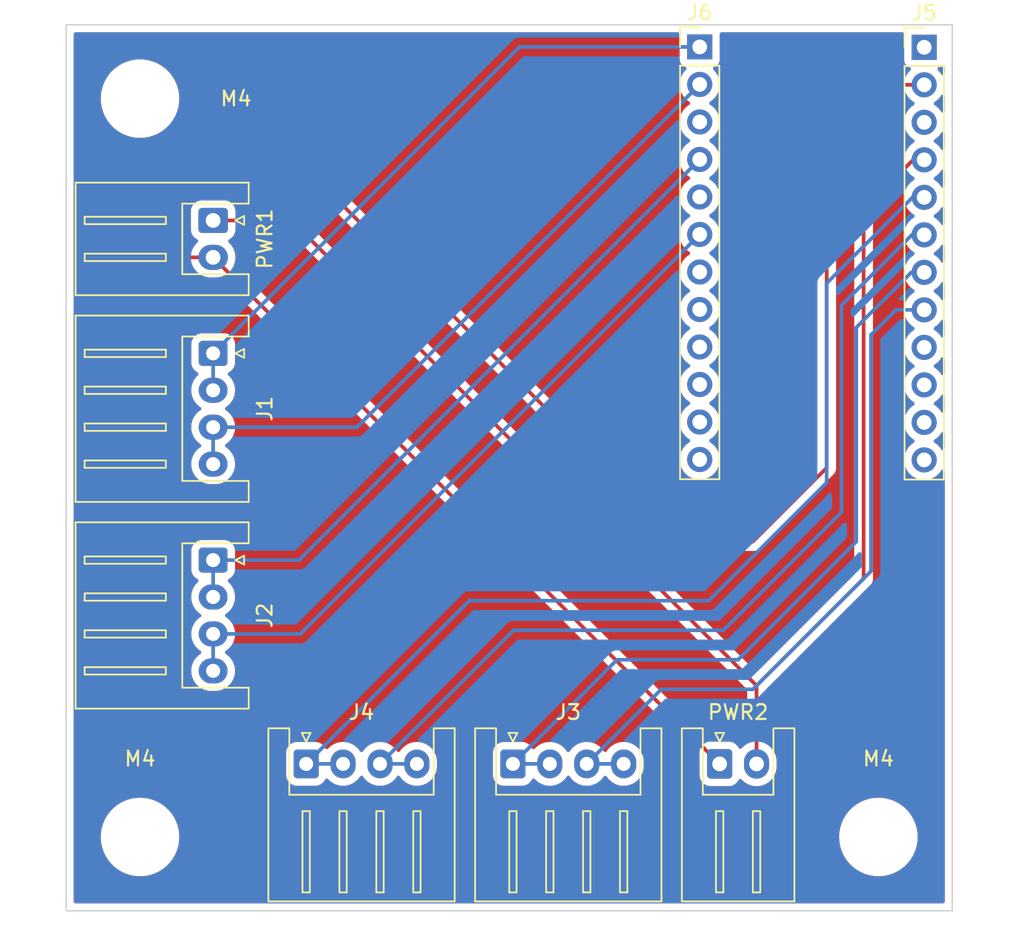
<source format=kicad_pcb>
(kicad_pcb (version 20211014) (generator pcbnew)
  (layers (0 "F.Cu" signal) (31 "B.Cu" signal) (34 "B.Paste" user) (35 "F.Paste" user) (36 "B.SilkS" user "B.Silkscreen") (37 "F.SilkS" user "F.Silkscreen") (38 "B.Mask" user) (39 "F.Mask" user) (44 "Edge.Cuts" user))
  (net 0 "")
  (net 3 "Net-(J5-Pad5)")
  (net 4 "Net-(J5-Pad6)")
  (net 5 "Net-(J1-Pad1)")
  (net 18 "Net-(J1-Pad3)")
  (net 19 "Net-(J2-Pad1)")
  (net 20 "Net-(J5-Pad2)")
  (net 21 "Net-(J5-Pad4)")
  (net 22 "Net-(J2-Pad3)")
  (net 23 "Net-(J5-Pad7)")
  (net 24 "Net-(J5-Pad8)")
  (footprint "MountingHole:MountingHole_4.3mm_M4" (layer "F.Cu") (at 143.5 180)
    (fp_text reference "M4" (at 0 -5.3) (layer "F.SilkS"))
    (fp_text value "MountingHole_4.3mm_M4")
    (pad "" np_thru_hole circle (at 0 0) (size 4.3 4.3) (drill 4.3) (layers *.Cu *.Mask))
  )
  (footprint "Connector_JST:JST_XH_S4B-XH-A_1x04_P2.50mm_Horizontal" (layer "F.Cu") (at 104.75 175.05)
    (fp_text reference "J4" (at 3.75 -3.5) (layer "F.SilkS"))
    (fp_text value "Conn_01x04_Male")
    (fp_line (start 7.75 3.2) (end 7.25 3.2) (layer "F.SilkS") (width 0.12))
    (fp_line (start -2.56 -2.41) (end -1.14 -2.41) (layer "F.SilkS") (width 0.12))
    (fp_line (start -0.25 8.7) (end 0.25 8.7) (layer "F.SilkS") (width 0.12))
    (fp_line (start 2.25 8.7) (end 2.75 8.7) (layer "F.SilkS") (width 0.12))
    (fp_line (start 7.25 3.2) (end 7.25 8.7) (layer "F.SilkS") (width 0.12))
    (fp_line (start 7.75 8.7) (end 7.75 3.2) (layer "F.SilkS") (width 0.12))
    (fp_line (start 10.06 9.31) (end 10.06 -2.41) (layer "F.SilkS") (width 0.12))
    (fp_line (start -0.25 3.2) (end -0.25 8.7) (layer "F.SilkS") (width 0.12))
    (fp_line (start 8.64 2.09) (end 3.75 2.09) (layer "F.SilkS") (width 0.12))
    (fp_line (start 0.3 -2.1) (end 0 -1.5) (layer "F.SilkS") (width 0.12))
    (fp_line (start -1.14 2.09) (end 3.75 2.09) (layer "F.SilkS") (width 0.12))
    (fp_line (start 4.75 8.7) (end 5.25 8.7) (layer "F.SilkS") (width 0.12))
    (fp_line (start -0.3 -2.1) (end 0.3 -2.1) (layer "F.SilkS") (width 0.12))
    (fp_line (start 3.75 9.31) (end 10.06 9.31) (layer "F.SilkS") (width 0.12))
    (fp_line (start 0 -1.5) (end -0.3 -2.1) (layer "F.SilkS") (width 0.12))
    (fp_line (start 2.75 3.2) (end 2.25 3.2) (layer "F.SilkS") (width 0.12))
    (fp_line (start 2.25 3.2) (end 2.25 8.7) (layer "F.SilkS") (width 0.12))
    (fp_line (start -1.14 -2.41) (end -1.14 2.09) (layer "F.SilkS") (width 0.12))
    (fp_line (start 0.25 8.7) (end 0.25 3.2) (layer "F.SilkS") (width 0.12))
    (fp_line (start 3.75 9.31) (end -2.56 9.31) (layer "F.SilkS") (width 0.12))
    (fp_line (start 0.25 3.2) (end -0.25 3.2) (layer "F.SilkS") (width 0.12))
    (fp_line (start 4.75 3.2) (end 4.75 8.7) (layer "F.SilkS") (width 0.12))
    (fp_line (start 10.06 -2.41) (end 8.64 -2.41) (layer "F.SilkS") (width 0.12))
    (fp_line (start 2.75 8.7) (end 2.75 3.2) (layer "F.SilkS") (width 0.12))
    (fp_line (start 8.64 -2.41) (end 8.64 2.09) (layer "F.SilkS") (width 0.12))
    (fp_line (start 7.25 8.7) (end 7.75 8.7) (layer "F.SilkS") (width 0.12))
    (fp_line (start -2.56 9.31) (end -2.56 -2.41) (layer "F.SilkS") (width 0.12))
    (fp_line (start 5.25 3.2) (end 4.75 3.2) (layer "F.SilkS") (width 0.12))
    (fp_line (start 5.25 8.7) (end 5.25 3.2) (layer "F.SilkS") (width 0.12))
    (pad "1" thru_hole roundrect (at 0 0) (size 1.7 1.95) (drill 0.95) (layers *.Cu *.Mask) (roundrect_rratio 0.147059) (net 3 "Net-(J5-Pad5)"))
    (pad "2" thru_hole oval (at 2.5 0) (size 1.7 1.95) (drill 0.95) (layers *.Cu *.Mask) (net 3 "Net-(J5-Pad5)"))
    (pad "3" thru_hole oval (at 5 0) (size 1.7 1.95) (drill 0.95) (layers *.Cu *.Mask) (net 4 "Net-(J5-Pad6)"))
    (pad "4" thru_hole oval (at 7.5 0) (size 1.7 1.95) (drill 0.95) (layers *.Cu *.Mask) (net 4 "Net-(J5-Pad6)"))
  )
  (footprint "Connector_JST:JST_XH_S4B-XH-A_1x04_P2.50mm_Horizontal" (layer "F.Cu") (at 118.75 175.05)
    (fp_text reference "J3" (at 3.75 -3.5) (layer "F.SilkS"))
    (fp_text value "Conn_01x04_Male")
    (fp_line (start -1.14 -2.41) (end -1.14 2.09) (layer "F.SilkS") (width 0.12))
    (fp_line (start 5.25 8.7) (end 5.25 3.2) (layer "F.SilkS") (width 0.12))
    (fp_line (start 0.3 -2.1) (end 0 -1.5) (layer "F.SilkS") (width 0.12))
    (fp_line (start 7.75 8.7) (end 7.75 3.2) (layer "F.SilkS") (width 0.12))
    (fp_line (start -0.25 3.2) (end -0.25 8.7) (layer "F.SilkS") (width 0.12))
    (fp_line (start 10.06 -2.41) (end 8.64 -2.41) (layer "F.SilkS") (width 0.12))
    (fp_line (start 7.25 8.7) (end 7.75 8.7) (layer "F.SilkS") (width 0.12))
    (fp_line (start 3.75 9.31) (end 10.06 9.31) (layer "F.SilkS") (width 0.12))
    (fp_line (start 7.75 3.2) (end 7.25 3.2) (layer "F.SilkS") (width 0.12))
    (fp_line (start -2.56 -2.41) (end -1.14 -2.41) (layer "F.SilkS") (width 0.12))
    (fp_line (start 2.75 3.2) (end 2.25 3.2) (layer "F.SilkS") (width 0.12))
    (fp_line (start 0 -1.5) (end -0.3 -2.1) (layer "F.SilkS") (width 0.12))
    (fp_line (start 3.75 9.31) (end -2.56 9.31) (layer "F.SilkS") (width 0.12))
    (fp_line (start 8.64 2.09) (end 3.75 2.09) (layer "F.SilkS") (width 0.12))
    (fp_line (start -2.56 9.31) (end -2.56 -2.41) (layer "F.SilkS") (width 0.12))
    (fp_line (start 7.25 3.2) (end 7.25 8.7) (layer "F.SilkS") (width 0.12))
    (fp_line (start 2.25 3.2) (end 2.25 8.7) (layer "F.SilkS") (width 0.12))
    (fp_line (start 0.25 8.7) (end 0.25 3.2) (layer "F.SilkS") (width 0.12))
    (fp_line (start 10.06 9.31) (end 10.06 -2.41) (layer "F.SilkS") (width 0.12))
    (fp_line (start -0.3 -2.1) (end 0.3 -2.1) (layer "F.SilkS") (width 0.12))
    (fp_line (start 4.75 3.2) (end 4.75 8.7) (layer "F.SilkS") (width 0.12))
    (fp_line (start 0.25 3.2) (end -0.25 3.2) (layer "F.SilkS") (width 0.12))
    (fp_line (start 8.64 -2.41) (end 8.64 2.09) (layer "F.SilkS") (width 0.12))
    (fp_line (start 4.75 8.7) (end 5.25 8.7) (layer "F.SilkS") (width 0.12))
    (fp_line (start 2.25 8.7) (end 2.75 8.7) (layer "F.SilkS") (width 0.12))
    (fp_line (start 5.25 3.2) (end 4.75 3.2) (layer "F.SilkS") (width 0.12))
    (fp_line (start -1.14 2.09) (end 3.75 2.09) (layer "F.SilkS") (width 0.12))
    (fp_line (start -0.25 8.7) (end 0.25 8.7) (layer "F.SilkS") (width 0.12))
    (fp_line (start 2.75 8.7) (end 2.75 3.2) (layer "F.SilkS") (width 0.12))
    (pad "1" thru_hole roundrect (at 0 0) (size 1.7 1.95) (drill 0.95) (layers *.Cu *.Mask) (roundrect_rratio 0.147059) (net 23 "Net-(J5-Pad7)"))
    (pad "2" thru_hole oval (at 2.5 0) (size 1.7 1.95) (drill 0.95) (layers *.Cu *.Mask) (net 23 "Net-(J5-Pad7)"))
    (pad "3" thru_hole oval (at 5 0) (size 1.7 1.95) (drill 0.95) (layers *.Cu *.Mask) (net 24 "Net-(J5-Pad8)"))
    (pad "4" thru_hole oval (at 7.5 0) (size 1.7 1.95) (drill 0.95) (layers *.Cu *.Mask) (net 24 "Net-(J5-Pad8)"))
  )
  (footprint "Connector_PinHeader_2.54mm:PinHeader_1x12_P2.54mm_Vertical" (layer "F.Cu") (at 131.4 126.5)
    (fp_text reference "J6" (at 0 -2.33) (layer "F.SilkS"))
    (fp_text value "Conn_01x12_Male")
    (fp_line (start -1.33 29.27) (end 1.33 29.27) (layer "F.SilkS") (width 0.12))
    (fp_line (start 1.33 1.27) (end 1.33 29.27) (layer "F.SilkS") (width 0.12))
    (fp_line (start -1.33 1.27) (end 1.33 1.27) (layer "F.SilkS") (width 0.12))
    (fp_line (start -1.33 1.27) (end -1.33 29.27) (layer "F.SilkS") (width 0.12))
    (fp_line (start -1.33 -1.33) (end 0 -1.33) (layer "F.SilkS") (width 0.12))
    (fp_line (start -1.33 0) (end -1.33 -1.33) (layer "F.SilkS") (width 0.12))
    (pad "1" thru_hole rect (at 0 0) (size 1.7 1.7) (drill 1) (layers *.Cu *.Mask) (net 5 "Net-(J1-Pad1)"))
    (pad "2" thru_hole oval (at 0 2.54) (size 1.7 1.7) (drill 1) (layers *.Cu *.Mask) (net 18 "Net-(J1-Pad3)"))
    (pad "3" thru_hole oval (at 0 5.08) (size 1.7 1.7) (drill 1) (layers *.Cu *.Mask))
    (pad "4" thru_hole oval (at 0 7.62) (size 1.7 1.7) (drill 1) (layers *.Cu *.Mask) (net 19 "Net-(J2-Pad1)"))
    (pad "5" thru_hole oval (at 0 10.16) (size 1.7 1.7) (drill 1) (layers *.Cu *.Mask))
    (pad "6" thru_hole oval (at 0 12.7) (size 1.7 1.7) (drill 1) (layers *.Cu *.Mask) (net 22 "Net-(J2-Pad3)"))
    (pad "7" thru_hole oval (at 0 15.24) (size 1.7 1.7) (drill 1) (layers *.Cu *.Mask))
    (pad "8" thru_hole oval (at 0 17.78) (size 1.7 1.7) (drill 1) (layers *.Cu *.Mask))
    (pad "9" thru_hole oval (at 0 20.32) (size 1.7 1.7) (drill 1) (layers *.Cu *.Mask))
    (pad "10" thru_hole oval (at 0 22.86) (size 1.7 1.7) (drill 1) (layers *.Cu *.Mask))
    (pad "11" thru_hole oval (at 0 25.4) (size 1.7 1.7) (drill 1) (layers *.Cu *.Mask))
    (pad "12" thru_hole oval (at 0 27.94) (size 1.7 1.7) (drill 1) (layers *.Cu *.Mask))
  )
  (footprint "MountingHole:MountingHole_4.3mm_M4" (layer "F.Cu") (at 93.5 180)
    (fp_text reference "M4" (at 0 -5.3) (layer "F.SilkS"))
    (fp_text value "MountingHole_4.3mm_M4")
    (pad "" np_thru_hole circle (at 0 0) (size 4.3 4.3) (drill 4.3) (layers *.Cu *.Mask))
  )
  (footprint "MountingHole:MountingHole_4.3mm_M4" (layer "F.Cu") (at 93.5 130)
    (fp_text reference "M4" (at 6.5 0) (layer "F.SilkS"))
    (fp_text value "MountingHole_4.3mm_M4")
    (pad "" np_thru_hole circle (at 0 0) (size 4.3 4.3) (drill 4.3) (layers *.Cu *.Mask))
  )
  (footprint "Connector_JST:JST_XH_S2B-XH-A_1x02_P2.50mm_Horizontal" (layer "F.Cu") (at 132.75 175.05)
    (fp_text reference "PWR2" (at 1.25 -3.5) (layer "F.SilkS"))
    (fp_text value "Conn_01x02_Male")
    (fp_line (start 1.25 9.31) (end -2.56 9.31) (layer "F.SilkS") (width 0.12))
    (fp_line (start 5.06 -2.41) (end 3.64 -2.41) (layer "F.SilkS") (width 0.12))
    (fp_line (start -2.56 9.31) (end -2.56 -2.41) (layer "F.SilkS") (width 0.12))
    (fp_line (start 2.75 3.2) (end 2.25 3.2) (layer "F.SilkS") (width 0.12))
    (fp_line (start -2.56 -2.41) (end -1.14 -2.41) (layer "F.SilkS") (width 0.12))
    (fp_line (start 5.06 9.31) (end 5.06 -2.41) (layer "F.SilkS") (width 0.12))
    (fp_line (start 0.25 3.2) (end -0.25 3.2) (layer "F.SilkS") (width 0.12))
    (fp_line (start -0.3 -2.1) (end 0.3 -2.1) (layer "F.SilkS") (width 0.12))
    (fp_line (start 2.75 8.7) (end 2.75 3.2) (layer "F.SilkS") (width 0.12))
    (fp_line (start 2.25 3.2) (end 2.25 8.7) (layer "F.SilkS") (width 0.12))
    (fp_line (start 1.25 9.31) (end 5.06 9.31) (layer "F.SilkS") (width 0.12))
    (fp_line (start -0.25 8.7) (end 0.25 8.7) (layer "F.SilkS") (width 0.12))
    (fp_line (start 0 -1.5) (end -0.3 -2.1) (layer "F.SilkS") (width 0.12))
    (fp_line (start 3.64 2.09) (end 1.25 2.09) (layer "F.SilkS") (width 0.12))
    (fp_line (start 2.25 8.7) (end 2.75 8.7) (layer "F.SilkS") (width 0.12))
    (fp_line (start -0.25 3.2) (end -0.25 8.7) (layer "F.SilkS") (width 0.12))
    (fp_line (start -1.14 -2.41) (end -1.14 2.09) (layer "F.SilkS") (width 0.12))
    (fp_line (start 0.3 -2.1) (end 0 -1.5) (layer "F.SilkS") (width 0.12))
    (fp_line (start 3.64 -2.41) (end 3.64 2.09) (layer "F.SilkS") (width 0.12))
    (fp_line (start 0.25 8.7) (end 0.25 3.2) (layer "F.SilkS") (width 0.12))
    (fp_line (start -1.14 2.09) (end 1.25 2.09) (layer "F.SilkS") (width 0.12))
    (pad "1" thru_hole roundrect (at 0 0) (size 1.7 2) (drill 1) (layers *.Cu *.Mask) (roundrect_rratio 0.147059) (net 20 "Net-(J5-Pad2)"))
    (pad "2" thru_hole oval (at 2.5 0) (size 1.7 2) (drill 1) (layers *.Cu *.Mask) (net 21 "Net-(J5-Pad4)"))
  )
  (footprint "Connector_JST:JST_XH_S4B-XH-A_1x04_P2.50mm_Horizontal" (layer "F.Cu") (at 98.45 161.25 -90)
    (fp_text reference "J2" (at 3.75 -3.5 90) (layer "F.SilkS"))
    (fp_text value "Conn_01x04_Male")
    (fp_line (start -0.3 -2.1) (end 0.3 -2.1) (layer "F.SilkS") (width 0.12))
    (fp_line (start 4.75 3.2) (end 4.75 8.7) (layer "F.SilkS") (width 0.12))
    (fp_line (start 7.75 8.7) (end 7.75 3.2) (layer "F.SilkS") (width 0.12))
    (fp_line (start 7.25 3.2) (end 7.25 8.7) (layer "F.SilkS") (width 0.12))
    (fp_line (start -1.14 2.09) (end 3.75 2.09) (layer "F.SilkS") (width 0.12))
    (fp_line (start 5.25 8.7) (end 5.25 3.2) (layer "F.SilkS") (width 0.12))
    (fp_line (start 10.06 9.31) (end 10.06 -2.41) (layer "F.SilkS") (width 0.12))
    (fp_line (start -1.14 -2.41) (end -1.14 2.09) (layer "F.SilkS") (width 0.12))
    (fp_line (start -2.56 9.31) (end -2.56 -2.41) (layer "F.SilkS") (width 0.12))
    (fp_line (start -2.56 -2.41) (end -1.14 -2.41) (layer "F.SilkS") (width 0.12))
    (fp_line (start 2.75 8.7) (end 2.75 3.2) (layer "F.SilkS") (width 0.12))
    (fp_line (start 2.25 8.7) (end 2.75 8.7) (layer "F.SilkS") (width 0.12))
    (fp_line (start 10.06 -2.41) (end 8.64 -2.41) (layer "F.SilkS") (width 0.12))
    (fp_line (start 0.25 8.7) (end 0.25 3.2) (layer "F.SilkS") (width 0.12))
    (fp_line (start 7.25 8.7) (end 7.75 8.7) (layer "F.SilkS") (width 0.12))
    (fp_line (start 2.75 3.2) (end 2.25 3.2) (layer "F.SilkS") (width 0.12))
    (fp_line (start -0.25 3.2) (end -0.25 8.7) (layer "F.SilkS") (width 0.12))
    (fp_line (start 8.64 -2.41) (end 8.64 2.09) (layer "F.SilkS") (width 0.12))
    (fp_line (start 2.25 3.2) (end 2.25 8.7) (layer "F.SilkS") (width 0.12))
    (fp_line (start 8.64 2.09) (end 3.75 2.09) (layer "F.SilkS") (width 0.12))
    (fp_line (start -0.25 8.7) (end 0.25 8.7) (layer "F.SilkS") (width 0.12))
    (fp_line (start 0 -1.5) (end -0.3 -2.1) (layer "F.SilkS") (width 0.12))
    (fp_line (start 0.25 3.2) (end -0.25 3.2) (layer "F.SilkS") (width 0.12))
    (fp_line (start 0.3 -2.1) (end 0 -1.5) (layer "F.SilkS") (width 0.12))
    (fp_line (start 7.75 3.2) (end 7.25 3.2) (layer "F.SilkS") (width 0.12))
    (fp_line (start 5.25 3.2) (end 4.75 3.2) (layer "F.SilkS") (width 0.12))
    (fp_line (start 4.75 8.7) (end 5.25 8.7) (layer "F.SilkS") (width 0.12))
    (fp_line (start 3.75 9.31) (end 10.06 9.31) (layer "F.SilkS") (width 0.12))
    (fp_line (start 3.75 9.31) (end -2.56 9.31) (layer "F.SilkS") (width 0.12))
    (pad "1" thru_hole roundrect (at 0 0 270) (size 1.7 1.95) (drill 0.95) (layers *.Cu *.Mask) (roundrect_rratio 0.147059) (net 19 "Net-(J2-Pad1)"))
    (pad "2" thru_hole oval (at 2.5 0 270) (size 1.7 1.95) (drill 0.95) (layers *.Cu *.Mask) (net 19 "Net-(J2-Pad1)"))
    (pad "3" thru_hole oval (at 5 0 270) (size 1.7 1.95) (drill 0.95) (layers *.Cu *.Mask) (net 22 "Net-(J2-Pad3)"))
    (pad "4" thru_hole oval (at 7.5 0 270) (size 1.7 1.95) (drill 0.95) (layers *.Cu *.Mask) (net 22 "Net-(J2-Pad3)"))
  )
  (footprint "Connector_JST:JST_XH_S2B-XH-A_1x02_P2.50mm_Horizontal" (layer "F.Cu") (at 98.45 138.25 -90)
    (fp_text reference "PWR1" (at 1.25 -3.5 90) (layer "F.SilkS"))
    (fp_text value "Conn_01x02_Male")
    (fp_line (start -1.14 -2.41) (end -1.14 2.09) (layer "F.SilkS") (width 0.12))
    (fp_line (start 2.25 3.2) (end 2.25 8.7) (layer "F.SilkS") (width 0.12))
    (fp_line (start 0.25 8.7) (end 0.25 3.2) (layer "F.SilkS") (width 0.12))
    (fp_line (start 2.25 8.7) (end 2.75 8.7) (layer "F.SilkS") (width 0.12))
    (fp_line (start 2.75 8.7) (end 2.75 3.2) (layer "F.SilkS") (width 0.12))
    (fp_line (start 1.25 9.31) (end -2.56 9.31) (layer "F.SilkS") (width 0.12))
    (fp_line (start 5.06 9.31) (end 5.06 -2.41) (layer "F.SilkS") (width 0.12))
    (fp_line (start 5.06 -2.41) (end 3.64 -2.41) (layer "F.SilkS") (width 0.12))
    (fp_line (start -0.3 -2.1) (end 0.3 -2.1) (layer "F.SilkS") (width 0.12))
    (fp_line (start 0.3 -2.1) (end 0 -1.5) (layer "F.SilkS") (width 0.12))
    (fp_line (start -1.14 2.09) (end 1.25 2.09) (layer "F.SilkS") (width 0.12))
    (fp_line (start 3.64 2.09) (end 1.25 2.09) (layer "F.SilkS") (width 0.12))
    (fp_line (start 1.25 9.31) (end 5.06 9.31) (layer "F.SilkS") (width 0.12))
    (fp_line (start 3.64 -2.41) (end 3.64 2.09) (layer "F.SilkS") (width 0.12))
    (fp_line (start -2.56 9.31) (end -2.56 -2.41) (layer "F.SilkS") (width 0.12))
    (fp_line (start -0.25 8.7) (end 0.25 8.7) (layer "F.SilkS") (width 0.12))
    (fp_line (start 2.75 3.2) (end 2.25 3.2) (layer "F.SilkS") (width 0.12))
    (fp_line (start 0 -1.5) (end -0.3 -2.1) (layer "F.SilkS") (width 0.12))
    (fp_line (start -2.56 -2.41) (end -1.14 -2.41) (layer "F.SilkS") (width 0.12))
    (fp_line (start -0.25 3.2) (end -0.25 8.7) (layer "F.SilkS") (width 0.12))
    (fp_line (start 0.25 3.2) (end -0.25 3.2) (layer "F.SilkS") (width 0.12))
    (pad "1" thru_hole roundrect (at 0 0 270) (size 1.7 2) (drill 1) (layers *.Cu *.Mask) (roundrect_rratio 0.147059) (net 21 "Net-(J5-Pad4)"))
    (pad "2" thru_hole oval (at 2.5 0 270) (size 1.7 2) (drill 1) (layers *.Cu *.Mask) (net 20 "Net-(J5-Pad2)"))
  )
  (footprint "Connector_JST:JST_XH_S4B-XH-A_1x04_P2.50mm_Horizontal" (layer "F.Cu") (at 98.45 147.25 -90)
    (fp_text reference "J1" (at 3.75 -3.5 90) (layer "F.SilkS"))
    (fp_text value "Conn_01x04_Male")
    (fp_line (start 7.25 8.7) (end 7.75 8.7) (layer "F.SilkS") (width 0.12))
    (fp_line (start 8.64 -2.41) (end 8.64 2.09) (layer "F.SilkS") (width 0.12))
    (fp_line (start 8.64 2.09) (end 3.75 2.09) (layer "F.SilkS") (width 0.12))
    (fp_line (start 2.25 3.2) (end 2.25 8.7) (layer "F.SilkS") (width 0.12))
    (fp_line (start 3.75 9.31) (end -2.56 9.31) (layer "F.SilkS") (width 0.12))
    (fp_line (start -0.25 8.7) (end 0.25 8.7) (layer "F.SilkS") (width 0.12))
    (fp_line (start 5.25 8.7) (end 5.25 3.2) (layer "F.SilkS") (width 0.12))
    (fp_line (start -2.56 9.31) (end -2.56 -2.41) (layer "F.SilkS") (width 0.12))
    (fp_line (start 5.25 3.2) (end 4.75 3.2) (layer "F.SilkS") (width 0.12))
    (fp_line (start 7.25 3.2) (end 7.25 8.7) (layer "F.SilkS") (width 0.12))
    (fp_line (start 10.06 9.31) (end 10.06 -2.41) (layer "F.SilkS") (width 0.12))
    (fp_line (start 2.75 8.7) (end 2.75 3.2) (layer "F.SilkS") (width 0.12))
    (fp_line (start 4.75 3.2) (end 4.75 8.7) (layer "F.SilkS") (width 0.12))
    (fp_line (start 0.25 3.2) (end -0.25 3.2) (layer "F.SilkS") (width 0.12))
    (fp_line (start 10.06 -2.41) (end 8.64 -2.41) (layer "F.SilkS") (width 0.12))
    (fp_line (start 0.3 -2.1) (end 0 -1.5) (layer "F.SilkS") (width 0.12))
    (fp_line (start 0 -1.5) (end -0.3 -2.1) (layer "F.SilkS") (width 0.12))
    (fp_line (start -1.14 2.09) (end 3.75 2.09) (layer "F.SilkS") (width 0.12))
    (fp_line (start 2.75 3.2) (end 2.25 3.2) (layer "F.SilkS") (width 0.12))
    (fp_line (start 7.75 3.2) (end 7.25 3.2) (layer "F.SilkS") (width 0.12))
    (fp_line (start 0.25 8.7) (end 0.25 3.2) (layer "F.SilkS") (width 0.12))
    (fp_line (start 7.75 8.7) (end 7.75 3.2) (layer "F.SilkS") (width 0.12))
    (fp_line (start 3.75 9.31) (end 10.06 9.31) (layer "F.SilkS") (width 0.12))
    (fp_line (start 4.75 8.7) (end 5.25 8.7) (layer "F.SilkS") (width 0.12))
    (fp_line (start -0.25 3.2) (end -0.25 8.7) (layer "F.SilkS") (width 0.12))
    (fp_line (start -1.14 -2.41) (end -1.14 2.09) (layer "F.SilkS") (width 0.12))
    (fp_line (start -0.3 -2.1) (end 0.3 -2.1) (layer "F.SilkS") (width 0.12))
    (fp_line (start 2.25 8.7) (end 2.75 8.7) (layer "F.SilkS") (width 0.12))
    (fp_line (start -2.56 -2.41) (end -1.14 -2.41) (layer "F.SilkS") (width 0.12))
    (pad "1" thru_hole roundrect (at 0 0 270) (size 1.7 1.95) (drill 0.95) (layers *.Cu *.Mask) (roundrect_rratio 0.147059) (net 5 "Net-(J1-Pad1)"))
    (pad "2" thru_hole oval (at 2.5 0 270) (size 1.7 1.95) (drill 0.95) (layers *.Cu *.Mask) (net 5 "Net-(J1-Pad1)"))
    (pad "3" thru_hole oval (at 5 0 270) (size 1.7 1.95) (drill 0.95) (layers *.Cu *.Mask) (net 18 "Net-(J1-Pad3)"))
    (pad "4" thru_hole oval (at 7.5 0 270) (size 1.7 1.95) (drill 0.95) (layers *.Cu *.Mask) (net 18 "Net-(J1-Pad3)"))
  )
  (footprint "Connector_PinHeader_2.54mm:PinHeader_1x12_P2.54mm_Vertical" (layer "F.Cu") (at 146.6 126.525)
    (fp_text reference "J5" (at 0 -2.33) (layer "F.SilkS"))
    (fp_text value "Conn_01x12_Male")
    (fp_line (start -1.33 29.27) (end 1.33 29.27) (layer "F.SilkS") (width 0.12))
    (fp_line (start 1.33 1.27) (end 1.33 29.27) (layer "F.SilkS") (width 0.12))
    (fp_line (start -1.33 1.27) (end -1.33 29.27) (layer "F.SilkS") (width 0.12))
    (fp_line (start -1.33 1.27) (end 1.33 1.27) (layer "F.SilkS") (width 0.12))
    (fp_line (start -1.33 0) (end -1.33 -1.33) (layer "F.SilkS") (width 0.12))
    (fp_line (start -1.33 -1.33) (end 0 -1.33) (layer "F.SilkS") (width 0.12))
    (pad "1" thru_hole rect (at 0 0) (size 1.7 1.7) (drill 1) (layers *.Cu *.Mask))
    (pad "2" thru_hole oval (at 0 2.54) (size 1.7 1.7) (drill 1) (layers *.Cu *.Mask) (net 20 "Net-(J5-Pad2)"))
    (pad "3" thru_hole oval (at 0 5.08) (size 1.7 1.7) (drill 1) (layers *.Cu *.Mask))
    (pad "4" thru_hole oval (at 0 7.62) (size 1.7 1.7) (drill 1) (layers *.Cu *.Mask) (net 21 "Net-(J5-Pad4)"))
    (pad "5" thru_hole oval (at 0 10.16) (size 1.7 1.7) (drill 1) (layers *.Cu *.Mask) (net 3 "Net-(J5-Pad5)"))
    (pad "6" thru_hole oval (at 0 12.7) (size 1.7 1.7) (drill 1) (layers *.Cu *.Mask) (net 4 "Net-(J5-Pad6)"))
    (pad "7" thru_hole oval (at 0 15.24) (size 1.7 1.7) (drill 1) (layers *.Cu *.Mask) (net 23 "Net-(J5-Pad7)"))
    (pad "8" thru_hole oval (at 0 17.78) (size 1.7 1.7) (drill 1) (layers *.Cu *.Mask) (net 24 "Net-(J5-Pad8)"))
    (pad "9" thru_hole oval (at 0 20.32) (size 1.7 1.7) (drill 1) (layers *.Cu *.Mask))
    (pad "10" thru_hole oval (at 0 22.86) (size 1.7 1.7) (drill 1) (layers *.Cu *.Mask))
    (pad "11" thru_hole oval (at 0 25.4) (size 1.7 1.7) (drill 1) (layers *.Cu *.Mask))
    (pad "12" thru_hole oval (at 0 27.94) (size 1.7 1.7) (drill 1) (layers *.Cu *.Mask))
  )
  (gr_line (start 148.5 125) (end 148.5 185) (layer "Edge.Cuts") (width 0.1))
  (gr_line (start 148.5 185) (end 88.5 185) (layer "Edge.Cuts") (width 0.1))
  (gr_line (start 88.5 125) (end 148.5 125) (layer "Edge.Cuts") (width 0.1))
  (gr_line (start 88.5 185) (end 88.5 125) (layer "Edge.Cuts") (width 0.1))
  (segment (start 104.75 175.05) (end 115.8 164) (width 0.25) (layer "B.Cu") (net 3))
  (segment (start 140 156) (end 140 142.5) (width 0.25) (layer "B.Cu") (net 3))
  (segment (start 132 164) (end 140 156) (width 0.25) (layer "B.Cu") (net 3))
  (segment (start 115.8 164) (end 132 164) (width 0.25) (layer "B.Cu") (net 3))
  (segment (start 145.815 136.685) (end 146.6 136.685) (width 0.25) (layer "B.Cu") (net 3))
  (segment (start 104.75 175.05) (end 107.25 175.05) (width 0.25) (layer "B.Cu") (net 3))
  (segment (start 140 142.5) (end 145.815 136.685) (width 0.25) (layer "B.Cu") (net 3))
  (segment (start 146.6 139.225) (end 145.775 139.225) (width 0.25) (layer "B.Cu") (net 4))
  (segment (start 109.75 175.05) (end 112.25 175.05) (width 0.25) (layer "B.Cu") (net 4))
  (segment (start 141 158) (end 133 166) (width 0.25) (layer "B.Cu") (net 4))
  (segment (start 145.775 139.225) (end 141 144) (width 0.25) (layer "B.Cu") (net 4))
  (segment (start 133 166) (end 118.8 166) (width 0.25) (layer "B.Cu") (net 4))
  (segment (start 141 144) (end 141 158) (width 0.25) (layer "B.Cu") (net 4))
  (segment (start 109.75 175.05) (end 109.75 174.925) (width 0.25) (layer "B.Cu") (net 4))
  (segment (start 118.8 166) (end 109.75 175.05) (width 0.25) (layer "B.Cu") (net 4))
  (segment (start 98.45 147.25) (end 98.45 149.75) (width 0.25) (layer "B.Cu") (net 5))
  (segment (start 119.2 126.5) (end 131.4 126.5) (width 0.25) (layer "B.Cu") (net 5))
  (segment (start 98.45 147.25) (end 119.2 126.5) (width 0.25) (layer "B.Cu") (net 5))
  (segment (start 108.19 152.25) (end 131.4 129.04) (width 0.25) (layer "B.Cu") (net 18))
  (segment (start 98.45 152.25) (end 98.45 154.75) (width 0.25) (layer "B.Cu") (net 18))
  (segment (start 98.45 152.25) (end 108.19 152.25) (width 0.25) (layer "B.Cu") (net 18))
  (segment (start 98.45 161.25) (end 98.45 163.75) (width 0.25) (layer "B.Cu") (net 19))
  (segment (start 104.27 161.25) (end 131.4 134.12) (width 0.25) (layer "B.Cu") (net 19))
  (segment (start 98.45 161.25) (end 104.27 161.25) (width 0.25) (layer "B.Cu") (net 19))
  (segment (start 95 135) (end 105 135) (width 0.25) (layer "F.Cu") (net 20))
  (segment (start 132.75 175.05) (end 98.45 140.75) (width 0.25) (layer "F.Cu") (net 20))
  (segment (start 143.435 129.065) (end 146.6 129.065) (width 0.25) (layer "F.Cu") (net 20))
  (segment (start 130 160) (end 135 160) (width 0.25) (layer "F.Cu") (net 20))
  (segment (start 140 155) (end 140 132.5) (width 0.25) (layer "F.Cu") (net 20))
  (segment (start 140 132.5) (end 143.435 129.065) (width 0.25) (layer "F.Cu") (net 20))
  (segment (start 95.75 140.75) (end 92.5 137.5) (width 0.25) (layer "F.Cu") (net 20))
  (segment (start 98.45 140.75) (end 95.75 140.75) (width 0.25) (layer "F.Cu") (net 20))
  (segment (start 92.5 137.5) (end 95 135) (width 0.25) (layer "F.Cu") (net 20))
  (segment (start 105 135) (end 130 160) (width 0.25) (layer "F.Cu") (net 20))
  (segment (start 135 160) (end 140 155) (width 0.25) (layer "F.Cu") (net 20))
  (segment (start 142.5 137.5) (end 145.855 134.145) (width 0.25) (layer "F.Cu") (net 21))
  (segment (start 135.25 169.75) (end 142.5 162.5) (width 0.25) (layer "F.Cu") (net 21))
  (segment (start 142.5 162.5) (end 142.5 137.5) (width 0.25) (layer "F.Cu") (net 21))
  (segment (start 145.855 134.145) (end 146.6 134.145) (width 0.25) (layer "F.Cu") (net 21))
  (segment (start 103.75 138.25) (end 135.25 169.75) (width 0.25) (layer "F.Cu") (net 21))
  (segment (start 135.25 175.05) (end 135.25 169.75) (width 0.25) (layer "F.Cu") (net 21))
  (segment (start 98.45 138.25) (end 103.75 138.25) (width 0.25) (layer "F.Cu") (net 21))
  (segment (start 98.45 166.25) (end 98.45 168.75) (width 0.25) (layer "B.Cu") (net 22))
  (segment (start 98.45 166.25) (end 104.35 166.25) (width 0.25) (layer "B.Cu") (net 22))
  (segment (start 104.35 166.25) (end 131.4 139.2) (width 0.25) (layer "B.Cu") (net 22))
  (segment (start 134 168) (end 125.8 168) (width 0.25) (layer "B.Cu") (net 23))
  (segment (start 142 145.5) (end 142 160) (width 0.25) (layer "B.Cu") (net 23))
  (segment (start 118.75 175.05) (end 121.25 175.05) (width 0.25) (layer "B.Cu") (net 23))
  (segment (start 142 160) (end 134 168) (width 0.25) (layer "B.Cu") (net 23))
  (segment (start 125.8 168) (end 118.75 175.05) (width 0.25) (layer "B.Cu") (net 23))
  (segment (start 145.735 141.765) (end 142 145.5) (width 0.25) (layer "B.Cu") (net 23))
  (segment (start 146.6 141.765) (end 145.735 141.765) (width 0.25) (layer "B.Cu") (net 23))
  (segment (start 128.8 170) (end 123.75 175.05) (width 0.25) (layer "B.Cu") (net 24))
  (segment (start 143 162) (end 135 170) (width 0.25) (layer "B.Cu") (net 24))
  (segment (start 135 170) (end 128.8 170) (width 0.25) (layer "B.Cu") (net 24))
  (segment (start 144.695 144.305) (end 143 146) (width 0.25) (layer "B.Cu") (net 24))
  (segment (start 146.6 144.305) (end 144.695 144.305) (width 0.25) (layer "B.Cu") (net 24))
  (segment (start 143 146) (end 143 162) (width 0.25) (layer "B.Cu") (net 24))
  (segment (start 123.75 175.05) (end 126.25 175.05) (width 0.25) (layer "B.Cu") (net 24))
  (zone (net 0) (net_name "") (layer "F.Cu") (connect_pads (clearance 0.508)) (min_thickness 0.254) (fill yes (thermal_gap 0.508) (thermal_bridge_width 0.508))
    (polygon (pts (xy 148.5 185) (xy 88.5 185) (xy 88.5 125) (xy 148.5 125)))
  )
  (zone (net 0) (net_name "") (layer "B.Cu") (connect_pads (clearance 0.508)) (min_thickness 0.254) (fill yes (thermal_gap 0.508) (thermal_bridge_width 0.508))
    (polygon (pts (xy 148.5 185) (xy 88.5 185) (xy 88.5 125) (xy 148.5 125)))
  )
)
</source>
